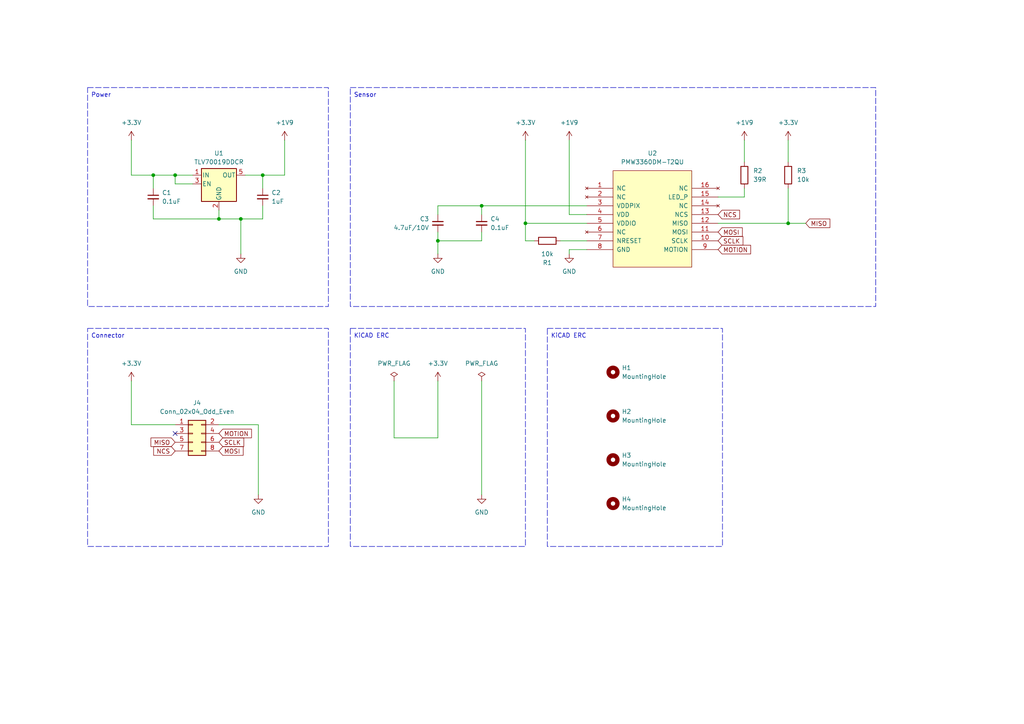
<source format=kicad_sch>
(kicad_sch (version 20231120) (generator "eeschema") (generator_version "8.0")
  (paper "A4")
  (title_block (title "PMW3360DM-T2QU Breakout") (date "2024-10-05") (rev "1.1") (company "bulblub"))
  (lib_symbols
    (symbol "Connector_Generic:Conn_02x04_Odd_Even" (pin_names (offset 1.016) hide)
      (property "Reference" "J" (at 1.27 5.08 0))
      (property "Value" "Conn_02x04_Odd_Even" (at 1.27 -7.62 0))
      (symbol "Conn_02x04_Odd_Even_1_1"
        (rectangle (start -1.27 -4.953) (end 0 -5.207) (stroke (width 0.1524)))
        (rectangle (start -1.27 -2.413) (end 0 -2.667) (stroke (width 0.1524)))
        (rectangle (start -1.27 0.127) (end 0 -0.127) (stroke (width 0.1524)))
        (rectangle (start -1.27 2.667) (end 0 2.413) (stroke (width 0.1524)))
        (rectangle (start -1.27 3.81) (end 3.81 -6.35) (stroke (width 0.254)) (fill (type background)))
        (rectangle (start 3.81 -4.953) (end 2.54 -5.207) (stroke (width 0.1524)))
        (rectangle (start 3.81 -2.413) (end 2.54 -2.667) (stroke (width 0.1524)))
        (rectangle (start 3.81 0.127) (end 2.54 -0.127) (stroke (width 0.1524)))
        (rectangle (start 3.81 2.667) (end 2.54 2.413) (stroke (width 0.1524)))
        (pin passive line (at -5.08 2.54 0) (length 3.81) (name "Pin_1") (number "1"))
        (pin passive line (at 7.62 2.54 180) (length 3.81) (name "Pin_2") (number "2"))
        (pin passive line (at -5.08 0 0) (length 3.81) (name "Pin_3") (number "3"))
        (pin passive line (at 7.62 0 180) (length 3.81) (name "Pin_4") (number "4"))
        (pin passive line (at -5.08 -2.54 0) (length 3.81) (name "Pin_5") (number "5"))
        (pin passive line (at 7.62 -2.54 180) (length 3.81) (name "Pin_6") (number "6"))
        (pin passive line (at -5.08 -5.08 0) (length 3.81) (name "Pin_7") (number "7"))
        (pin passive line (at 7.62 -5.08 180) (length 3.81) (name "Pin_8") (number "8"))
      )
    )
    (symbol "Device:C_Small" (pin_numbers hide) (pin_names (offset 0.254) hide)
      (property "Reference" "C" (at 0.254 1.778 0))
      (property "Value" "C_Small" (at 0.254 -2.032 0))
      (symbol "C_Small_0_1"
        (polyline (pts (xy -1.524 -0.508) (xy 1.524 -0.508)) (stroke (width 0.3302)))
        (polyline (pts (xy -1.524 0.508) (xy 1.524 0.508)) (stroke (width 0.3048)))
      )
      (symbol "C_Small_1_1"
        (pin passive line (at 0 2.54 270) (length 2.032) (name "~") (number "1"))
        (pin passive line (at 0 -2.54 90) (length 2.032) (name "~") (number "2"))
      )
    )
    (symbol "Device:R" (pin_numbers hide) (pin_names (offset 0))
      (property "Reference" "R" (at 2.032 0 90))
      (property "Value" "R" (at 0 0 90))
      (symbol "R_0_1"
        (rectangle (start -1.016 -2.54) (end 1.016 2.54) (stroke (width 0.254)))
      )
      (symbol "R_1_1"
        (pin passive line (at 0 3.81 270) (length 1.27) (name "~") (number "1"))
        (pin passive line (at 0 -3.81 90) (length 1.27) (name "~") (number "2"))
      )
    )
    (symbol "Mechanical:MountingHole" (pin_names (offset 1.016)) (exclude_from_sim yes) (in_bom no)
      (property "Reference" "H" (at 0 5.08 0))
      (property "Value" "MountingHole" (at 0 3.175 0))
      (symbol "MountingHole_0_1"
        (circle (center 0 0) (radius 1.27) (stroke (width 1.27)))
      )
    )
    (symbol "Regulator_Linear:TLV70019_SOT23-5" (pin_names (offset 0.254))
      (property "Reference" "U" (at -3.81 5.715 0))
      (property "Value" "TLV70019_SOT23-5" (at 0 5.715 0))
      (symbol "TLV70019_SOT23-5_0_1"
        (rectangle (start -5.08 4.445) (end 5.08 -5.08) (stroke (width 0.254)) (fill (type background)))
      )
      (symbol "TLV70019_SOT23-5_1_1"
        (pin power_in line (at -7.62 2.54 0) (length 2.54) (name "IN") (number "1"))
        (pin power_in line (at 0 -7.62 90) (length 2.54) (name "GND") (number "2"))
        (pin input line (at -7.62 0 0) (length 2.54) (name "EN") (number "3"))
        (pin no_connect line (at 5.08 0 180) (length 2.54) hide (name "NC") (number "4"))
        (pin power_out line (at 7.62 2.54 180) (length 2.54) (name "OUT") (number "5"))
      )
    )
    (symbol "power:+1V8" (power) (pin_numbers hide) (pin_names (offset 0) hide)
      (property "Value" "+1V8" (at 0 3.556 0))
      (symbol "+1V8_0_1"
        (polyline (pts (xy -0.762 1.27) (xy 0 2.54)))
        (polyline (pts (xy 0 0) (xy 0 2.54)))
        (polyline (pts (xy 0 2.54) (xy 0.762 1.27)))
      )
      (symbol "+1V8_1_1"
        (pin power_in line (at 0 0 90) (length 0) (name "~") (number "1"))
      )
    )
    (symbol "power:+3.3V" (power) (pin_numbers hide) (pin_names (offset 0) hide)
      (property "Value" "+3.3V" (at 0 3.556 0))
      (symbol "+3.3V_0_1"
        (polyline (pts (xy -0.762 1.27) (xy 0 2.54)))
        (polyline (pts (xy 0 0) (xy 0 2.54)))
        (polyline (pts (xy 0 2.54) (xy 0.762 1.27)))
      )
      (symbol "+3.3V_1_1"
        (pin power_in line (at 0 0 90) (length 0) (name "~") (number "1"))
      )
    )
    (symbol "power:GND" (power) (pin_numbers hide) (pin_names (offset 0) hide)
      (property "Value" "GND" (at 0 -3.81 0))
      (symbol "GND_0_1"
        (polyline (pts (xy 0 0) (xy 0 -1.27) (xy 1.27 -1.27) (xy 0 -2.54) (xy -1.27 -1.27) (xy 0 -1.27)))
      )
      (symbol "GND_1_1"
        (pin power_in line (at 0 0 270) (length 0) (name "~") (number "1"))
      )
    )
    (symbol "power:PWR_FLAG" (power) (pin_numbers hide) (pin_names (offset 0) hide)
      (property "Value" "PWR_FLAG" (at 0 3.81 0))
      (symbol "PWR_FLAG_0_0"
        (pin power_out line (at 0 0 90) (length 0) (name "~") (number "1"))
      )
      (symbol "PWR_FLAG_0_1"
        (polyline (pts (xy 0 0) (xy 0 1.27) (xy -1.016 1.905) (xy 0 2.54) (xy 1.016 1.905) (xy 0 1.27)))
      )
    )
    (symbol "sumi-symbols:PMW3360DM-T2QU" (pin_names (offset 1.016))
      (property "Reference" "U" (at -10.668 15.24 0))
      (property "Value" "PMW3360DM-T2QU" (at 0 -16.764 0))
      (symbol "PMW3360DM-T2QU_1_0"
        (rectangle (start -11.43 13.97) (end 11.43 -13.97) (fill (type background)))
      )
      (symbol "PMW3360DM-T2QU_1_1"
        (pin no_connect line (at -19.05 8.89 0) (length 7.62) (name "NC") (number "1"))
        (pin input line (at 19.05 -6.35 180) (length 7.62) (name "SCLK") (number "10"))
        (pin input line (at 19.05 -3.81 180) (length 7.62) (name "MOSI") (number "11"))
        (pin output line (at 19.05 -1.27 180) (length 7.62) (name "MISO") (number "12"))
        (pin input line (at 19.05 1.27 180) (length 7.62) (name "NCS") (number "13"))
        (pin no_connect line (at 19.05 3.81 180) (length 7.62) (name "NC") (number "14"))
        (pin input line (at 19.05 6.35 180) (length 7.62) (name "LED_P") (number "15"))
        (pin no_connect line (at 19.05 8.89 180) (length 7.62) (name "NC") (number "16"))
        (pin no_connect line (at -19.05 6.35 0) (length 7.62) (name "NC") (number "2"))
        (pin power_out line (at -19.05 3.81 0) (length 7.62) (name "VDDPIX") (number "3"))
        (pin power_in line (at -19.05 1.27 0) (length 7.62) (name "VDD") (number "4"))
        (pin power_in line (at -19.05 -1.27 0) (length 7.62) (name "VDDIO") (number "5"))
        (pin no_connect line (at -19.05 -3.81 0) (length 7.62) (name "NC") (number "6"))
        (pin input line (at -19.05 -6.35 0) (length 7.62) (name "NRESET") (number "7"))
        (pin input line (at -19.05 -8.89 0) (length 7.62) (name "GND") (number "8"))
        (pin output line (at 19.05 -8.89 180) (length 7.62) (name "MOTION") (number "9"))
      )
    )
  )
  (junction (at 228.6 64.77))
  (junction (at 127 69.85))
  (junction (at 76.2 50.8))
  (junction (at 44.45 50.8))
  (junction (at 69.85 63.5))
  (junction (at 63.5 63.5))
  (junction (at 50.8 50.8))
  (junction (at 152.4 64.77))
  (junction (at 139.7 59.69))
  (no_connect (at 50.8 125.73))
  (wire (pts (xy 44.45 63.5) (xy 63.5 63.5)))
  (wire (pts (xy 127 59.69) (xy 127 62.23)))
  (wire (pts (xy 139.7 59.69) (xy 127 59.69)))
  (wire (pts (xy 152.4 64.77) (xy 170.18 64.77)))
  (wire (pts (xy 127 67.31) (xy 127 69.85)))
  (wire (pts (xy 74.93 123.19) (xy 74.93 143.51)))
  (wire (pts (xy 127 69.85) (xy 127 73.66)))
  (wire (pts (xy 165.1 62.23) (xy 170.18 62.23)))
  (wire (pts (xy 228.6 64.77) (xy 233.68 64.77)))
  (wire (pts (xy 139.7 110.49) (xy 139.7 143.51)))
  (wire (pts (xy 114.3 127) (xy 127 127)))
  (wire (pts (xy 170.18 72.39) (xy 165.1 72.39)))
  (wire (pts (xy 76.2 63.5) (xy 69.85 63.5)))
  (wire (pts (xy 127 127) (xy 127 110.49)))
  (wire (pts (xy 139.7 67.31) (xy 139.7 69.85)))
  (wire (pts (xy 162.56 69.85) (xy 170.18 69.85)))
  (wire (pts (xy 44.45 59.69) (xy 44.45 63.5)))
  (wire (pts (xy 76.2 59.69) (xy 76.2 63.5)))
  (wire (pts (xy 44.45 50.8) (xy 38.1 50.8)))
  (wire (pts (xy 215.9 40.64) (xy 215.9 46.99)))
  (wire (pts (xy 82.55 50.8) (xy 82.55 40.64)))
  (wire (pts (xy 165.1 40.64) (xy 165.1 62.23)))
  (wire (pts (xy 69.85 63.5) (xy 69.85 73.66)))
  (wire (pts (xy 63.5 123.19) (xy 74.93 123.19)))
  (wire (pts (xy 76.2 50.8) (xy 82.55 50.8)))
  (wire (pts (xy 154.94 69.85) (xy 152.4 69.85)))
  (wire (pts (xy 55.88 50.8) (xy 50.8 50.8)))
  (wire (pts (xy 152.4 69.85) (xy 152.4 64.77)))
  (wire (pts (xy 38.1 50.8) (xy 38.1 40.64)))
  (wire (pts (xy 228.6 54.61) (xy 228.6 64.77)))
  (wire (pts (xy 139.7 69.85) (xy 127 69.85)))
  (wire (pts (xy 152.4 40.64) (xy 152.4 64.77)))
  (wire (pts (xy 63.5 63.5) (xy 63.5 60.96)))
  (wire (pts (xy 228.6 64.77) (xy 208.28 64.77)))
  (wire (pts (xy 55.88 53.34) (xy 50.8 53.34)))
  (wire (pts (xy 165.1 72.39) (xy 165.1 73.66)))
  (wire (pts (xy 139.7 59.69) (xy 170.18 59.69)))
  (wire (pts (xy 50.8 50.8) (xy 44.45 50.8)))
  (wire (pts (xy 114.3 110.49) (xy 114.3 127)))
  (wire (pts (xy 215.9 57.15) (xy 215.9 54.61)))
  (wire (pts (xy 208.28 57.15) (xy 215.9 57.15)))
  (wire (pts (xy 38.1 123.19) (xy 38.1 110.49)))
  (wire (pts (xy 44.45 50.8) (xy 44.45 54.61)))
  (wire (pts (xy 50.8 123.19) (xy 38.1 123.19)))
  (wire (pts (xy 76.2 50.8) (xy 76.2 54.61)))
  (wire (pts (xy 71.12 50.8) (xy 76.2 50.8)))
  (wire (pts (xy 228.6 40.64) (xy 228.6 46.99)))
  (wire (pts (xy 50.8 53.34) (xy 50.8 50.8)))
  (wire (pts (xy 139.7 59.69) (xy 139.7 62.23)))
  (wire (pts (xy 63.5 63.5) (xy 69.85 63.5)))
  (rectangle (start 25.4 25.4) (end 95.25 88.9) (stroke (width 0) (type dash)))
  (rectangle (start 158.75 95.25) (end 209.55 158.496) (stroke (width 0) (type dash)))
  (rectangle (start 25.4 95.25) (end 95.25 158.496) (stroke (width 0) (type dash)))
  (rectangle (start 101.6 95.25) (end 152.4 158.496) (stroke (width 0) (type dash)))
  (rectangle (start 101.6 25.4) (end 254 88.9) (stroke (width 0) (type dash)))
  (text "Sensor" (at 102.616 26.924 0) (effects (font (size 1.27 1.27)) (justify left top)))
  (text "Power" (at 26.416 26.924 0) (effects (font (size 1.27 1.27)) (justify left top)))
  (text "KiCAD ERC" (at 102.616 96.774 0) (effects (font (size 1.27 1.27)) (justify left top)))
  (text "Connector" (at 26.416 96.774 0) (effects (font (size 1.27 1.27)) (justify left top)))
  (text "KiCAD ERC" (at 159.766 96.774 0) (effects (font (size 1.27 1.27)) (justify left top)))
  (global_label "NCS" (shape input) (at 208.28 62.23 0) (property "Intersheetrefs" "${INTERSHEET_REFS}" (effects (hide yes))))
  (global_label "NCS" (shape input) (at 50.8 130.81 180) (property "Intersheetrefs" "${INTERSHEET_REFS}" (effects (hide yes))))
  (global_label "MOTION" (shape input) (at 63.5 125.73 0) (property "Intersheetrefs" "${INTERSHEET_REFS}" (effects (hide yes))))
  (global_label "MOTION" (shape input) (at 208.28 72.39 0) (property "Intersheetrefs" "${INTERSHEET_REFS}" (effects (hide yes))))
  (global_label "SCLK" (shape input) (at 208.28 69.85 0) (property "Intersheetrefs" "${INTERSHEET_REFS}" (effects (hide yes))))
  (global_label "SCLK" (shape input) (at 63.5 128.27 0) (property "Intersheetrefs" "${INTERSHEET_REFS}" (effects (hide yes))))
  (global_label "MOSI" (shape input) (at 208.28 67.31 0) (property "Intersheetrefs" "${INTERSHEET_REFS}" (effects (hide yes))))
  (global_label "MOSI" (shape input) (at 63.5 130.81 0) (property "Intersheetrefs" "${INTERSHEET_REFS}" (effects (hide yes))))
  (global_label "MISO" (shape input) (at 50.8 128.27 180) (property "Intersheetrefs" "${INTERSHEET_REFS}" (effects (hide yes))))
  (global_label "MISO" (shape input) (at 233.68 64.77 0) (property "Intersheetrefs" "${INTERSHEET_REFS}" (effects (hide yes))))
  (symbol (lib_id "Device:C_Small") (at 76.2 57.15 0) (unit 1)
    (property "Reference" "C2" (at 78.74 55.8862 0) (effects (justify left)))
    (property "Value" "1uF" (at 78.74 58.4262 0) (effects (justify left)))
    (property "Footprint" "Capacitor_SMD:C_0805_2012Metric_Pad1.18x1.45mm_HandSolder" (effects (hide yes)))
    (property "Datasheet" "https://www.zaikostore.com/zaikostore/stockDetail?stockID=st42106229" (effects (hide yes)))
    (property "Description" "Unpolarized capacitor, small symbol" (effects (hide yes)))
  )
  (symbol (lib_id "Device:C_Small") (at 139.7 64.77 0) (unit 1)
    (property "Reference" "C4" (at 142.24 63.5062 0) (effects (justify left)))
    (property "Value" "0.1uF" (at 142.24 66.0462 0) (effects (justify left)))
    (property "Footprint" "Capacitor_SMD:C_0805_2012Metric_Pad1.18x1.45mm_HandSolder" (effects (hide yes)))
    (property "Datasheet" "https://www.zaikostore.com/zaikostore/stockDetail?stockID=st63743536" (effects (hide yes)))
    (property "Description" "Unpolarized capacitor, small symbol" (effects (hide yes)))
  )
  (symbol (lib_id "power:+3.3V") (at 127 110.49 0) (unit 1)
    (property "Reference" "#PWR07" (effects (hide yes)))
    (property "Value" "+3.3V" (at 127 105.41 0))
    (property "Description" "Power symbol creates a global label with name \"+3.3V\"" (effects (hide yes)))
  )
  (symbol (lib_id "Regulator_Linear:TLV70019_SOT23-5") (at 63.5 53.34 0) (unit 1)
    (property "Reference" "U1" (at 63.5 44.45 0))
    (property "Value" "TLV70019DDCR" (at 63.5 46.99 0))
    (property "Footprint" "Package_TO_SOT_SMD:SOT-23-5_HandSoldering" (effects (hide yes)))
    (property "Datasheet" "http://www.ti.com/lit/ds/symlink/tlv700.pdf" (effects (hide yes)))
    (property "Description" "200mA Low Dropout Voltage Regulator, Fixed Output 1.9V, SOT-23-5" (effects (hide yes)))
  )
  (symbol (lib_id "power:+1V8") (at 165.1 40.64 0) (unit 1)
    (property "Reference" "#PWR010" (effects (hide yes)))
    (property "Value" "+1V9" (at 165.1 35.56 0))
    (property "Description" "Power symbol creates a global label with name \"+1V8\"" (effects (hide yes)))
  )
  (symbol (lib_id "Device:R") (at 158.75 69.85 270) (mirror x) (unit 1)
    (property "Reference" "R1" (at 158.75 76.2 90))
    (property "Value" "10k" (at 158.75 73.66 90))
    (property "Footprint" "Resistor_SMD:R_0805_2012Metric_Pad1.20x1.40mm_HandSolder" (effects (hide yes)))
    (property "Datasheet" "https://www.zaikostore.com/zaikostore/stockDetail?stockID=st49073235" (effects (hide yes)))
    (property "Description" "Resistor" (effects (hide yes)))
  )
  (symbol (lib_id "power:GND") (at 127 73.66 0) (unit 1)
    (property "Reference" "#PWR06" (effects (hide yes)))
    (property "Value" "GND" (at 127 78.74 0))
    (property "Description" "Power symbol creates a global label with name \"GND\" , ground" (effects (hide yes)))
  )
  (symbol (lib_id "power:GND") (at 139.7 143.51 0) (unit 1)
    (property "Reference" "#PWR08" (effects (hide yes)))
    (property "Value" "GND" (at 139.7 148.59 0))
    (property "Description" "Power symbol creates a global label with name \"GND\" , ground" (effects (hide yes)))
  )
  (symbol (lib_id "Device:R") (at 215.9 50.8 0) (unit 1)
    (property "Reference" "R2" (at 218.44 49.5299 0) (effects (justify left)))
    (property "Value" "39R" (at 218.44 52.0699 0) (effects (justify left)))
    (property "Footprint" "Resistor_SMD:R_0805_2012Metric_Pad1.20x1.40mm_HandSolder" (effects (hide yes)))
    (property "Datasheet" "https://www.zaikostore.com/zaikostore/stockDetail?stockID=st40048928" (effects (hide yes)))
    (property "Description" "Resistor" (effects (hide yes)))
  )
  (symbol (lib_id "power:+3.3V") (at 38.1 110.49 0) (unit 1)
    (property "Reference" "#PWR02" (effects (hide yes)))
    (property "Value" "+3.3V" (at 38.1 105.41 0))
    (property "Description" "Power symbol creates a global label with name \"+3.3V\"" (effects (hide yes)))
  )
  (symbol (lib_id "power:PWR_FLAG") (at 139.7 110.49 0) (unit 1)
    (property "Reference" "#FLG02" (effects (hide yes)))
    (property "Value" "PWR_FLAG" (at 139.7 105.41 0))
    (property "Description" "Special symbol for telling ERC where power comes from" (effects (hide yes)))
  )
  (symbol (lib_id "power:GND") (at 69.85 73.66 0) (unit 1)
    (property "Reference" "#PWR04" (effects (hide yes)))
    (property "Value" "GND" (at 69.85 78.74 0))
    (property "Description" "Power symbol creates a global label with name \"GND\" , ground" (effects (hide yes)))
  )
  (symbol (lib_id "Connector_Generic:Conn_02x04_Odd_Even") (at 55.88 125.73 0) (unit 1)
    (property "Reference" "J4" (at 57.15 116.84 0))
    (property "Value" "Conn_02x04_Odd_Even" (at 57.15 119.38 0))
    (property "Footprint" "Connector_PinHeader_2.54mm:PinHeader_2x04_P2.54mm_Vertical" (effects (hide yes)))
    (property "Description" "Generic connector, double row, 02x04, odd/even pin numbering scheme (row 1 odd numbers, row 2 even numbers), script generated (kicad-library-utils/schlib/autogen/connector/)" (effects (hide yes)))
  )
  (symbol (lib_id "power:+1V8") (at 82.55 40.64 0) (unit 1)
    (property "Reference" "#PWR05" (effects (hide yes)))
    (property "Value" "+1V9" (at 82.55 35.56 0))
    (property "Description" "Power symbol creates a global label with name \"+1V8\"" (effects (hide yes)))
  )
  (symbol (lib_id "power:GND") (at 165.1 73.66 0) (unit 1)
    (property "Reference" "#PWR011" (effects (hide yes)))
    (property "Value" "GND" (at 165.1 78.74 0))
    (property "Description" "Power symbol creates a global label with name \"GND\" , ground" (effects (hide yes)))
  )
  (symbol (lib_id "Device:C_Small") (at 44.45 57.15 0) (unit 1)
    (property "Reference" "C1" (at 46.99 55.8862 0) (effects (justify left)))
    (property "Value" "0.1uF" (at 46.99 58.4262 0) (effects (justify left)))
    (property "Footprint" "Capacitor_SMD:C_0805_2012Metric_Pad1.18x1.45mm_HandSolder" (effects (hide yes)))
    (property "Datasheet" "https://www.zaikostore.com/zaikostore/stockDetail?stockID=st63743536" (effects (hide yes)))
    (property "Description" "Unpolarized capacitor, small symbol" (effects (hide yes)))
  )
  (symbol (lib_id "Mechanical:MountingHole") (at 177.8 107.95 0) (unit 1) (exclude_from_sim yes) (in_bom no)
    (property "Reference" "H1" (at 180.34 106.6799 0) (effects (justify left)))
    (property "Value" "MountingHole" (at 180.34 109.2199 0) (effects (justify left)))
    (property "Footprint" "MountingHole:MountingHole_2.2mm_M2_DIN965" (effects (hide yes)))
    (property "Description" "Mounting Hole without connection" (effects (hide yes)))
  )
  (symbol (lib_id "power:GND") (at 74.93 143.51 0) (unit 1)
    (property "Reference" "#PWR015" (effects (hide yes)))
    (property "Value" "GND" (at 74.93 148.59 0))
    (property "Description" "Power symbol creates a global label with name \"GND\" , ground" (effects (hide yes)))
  )
  (symbol (lib_id "power:+3.3V") (at 228.6 40.64 0) (unit 1)
    (property "Reference" "#PWR013" (effects (hide yes)))
    (property "Value" "+3.3V" (at 228.6 35.56 0))
    (property "Description" "Power symbol creates a global label with name \"+3.3V\"" (effects (hide yes)))
  )
  (symbol (lib_id "Mechanical:MountingHole") (at 177.8 120.65 0) (unit 1) (exclude_from_sim yes) (in_bom no)
    (property "Reference" "H2" (at 180.34 119.3799 0) (effects (justify left)))
    (property "Value" "MountingHole" (at 180.34 121.9199 0) (effects (justify left)))
    (property "Footprint" "MountingHole:MountingHole_2.2mm_M2_DIN965" (effects (hide yes)))
    (property "Description" "Mounting Hole without connection" (effects (hide yes)))
  )
  (symbol (lib_id "sumi-symbols:PMW3360DM-T2QU") (at 189.23 63.5 0) (unit 1)
    (property "Reference" "U2" (at 189.23 44.45 0))
    (property "Value" "PMW3360DM-T2QU" (at 189.23 46.99 0))
    (property "Footprint" "sumi-footprints:PMW3360DM-T2QU" (effects (hide yes)))
    (property "Description" "Optical Gaming Navigation Chip" (effects (hide yes)))
  )
  (symbol (lib_id "Mechanical:MountingHole") (at 177.8 146.05 0) (unit 1) (exclude_from_sim yes) (in_bom no)
    (property "Reference" "H4" (at 180.34 144.7799 0) (effects (justify left)))
    (property "Value" "MountingHole" (at 180.34 147.3199 0) (effects (justify left)))
    (property "Footprint" "MountingHole:MountingHole_2.2mm_M2_DIN965" (effects (hide yes)))
    (property "Description" "Mounting Hole without connection" (effects (hide yes)))
  )
  (symbol (lib_id "power:+1V8") (at 215.9 40.64 0) (unit 1)
    (property "Reference" "#PWR012" (effects (hide yes)))
    (property "Value" "+1V9" (at 215.9 35.56 0))
    (property "Description" "Power symbol creates a global label with name \"+1V8\"" (effects (hide yes)))
  )
  (symbol (lib_id "Device:R") (at 228.6 50.8 0) (unit 1)
    (property "Reference" "R3" (at 231.14 49.5299 0) (effects (justify left)))
    (property "Value" "10k" (at 231.14 52.0699 0) (effects (justify left)))
    (property "Footprint" "Resistor_SMD:R_0805_2012Metric_Pad1.20x1.40mm_HandSolder" (effects (hide yes)))
    (property "Datasheet" "https://www.zaikostore.com/zaikostore/stockDetail?stockID=st49073235" (effects (hide yes)))
    (property "Description" "Resistor" (effects (hide yes)))
  )
  (symbol (lib_id "Mechanical:MountingHole") (at 177.8 133.35 0) (unit 1) (exclude_from_sim yes) (in_bom no)
    (property "Reference" "H3" (at 180.34 132.0799 0) (effects (justify left)))
    (property "Value" "MountingHole" (at 180.34 134.6199 0) (effects (justify left)))
    (property "Footprint" "MountingHole:MountingHole_2.2mm_M2_DIN965" (effects (hide yes)))
    (property "Description" "Mounting Hole without connection" (effects (hide yes)))
  )
  (symbol (lib_id "Device:C_Small") (at 127 64.77 0) (mirror y) (unit 1)
    (property "Reference" "C3" (at 124.46 63.5062 0) (effects (justify left)))
    (property "Value" "4.7uF/10V" (at 124.46 66.0462 0) (effects (justify left)))
    (property "Footprint" "Capacitor_SMD:C_0805_2012Metric_Pad1.18x1.45mm_HandSolder" (effects (hide yes)))
    (property "Datasheet" "https://www.zaikostore.com/zaikostore/stockDetail?stockID=st42105997" (effects (hide yes)))
    (property "Description" "Unpolarized capacitor, small symbol" (effects (hide yes)))
  )
  (symbol (lib_id "power:+3.3V") (at 152.4 40.64 0) (unit 1)
    (property "Reference" "#PWR09" (effects (hide yes)))
    (property "Value" "+3.3V" (at 152.4 35.56 0))
    (property "Description" "Power symbol creates a global label with name \"+3.3V\"" (effects (hide yes)))
  )
  (symbol (lib_id "power:+3.3V") (at 38.1 40.64 0) (unit 1)
    (property "Reference" "#PWR01" (effects (hide yes)))
    (property "Value" "+3.3V" (at 38.1 35.56 0))
    (property "Description" "Power symbol creates a global label with name \"+3.3V\"" (effects (hide yes)))
  )
  (symbol (lib_id "power:PWR_FLAG") (at 114.3 110.49 0) (unit 1)
    (property "Reference" "#FLG01" (effects (hide yes)))
    (property "Value" "PWR_FLAG" (at 114.3 105.41 0))
    (property "Description" "Special symbol for telling ERC where power comes from" (effects (hide yes)))
  )
)
</source>
